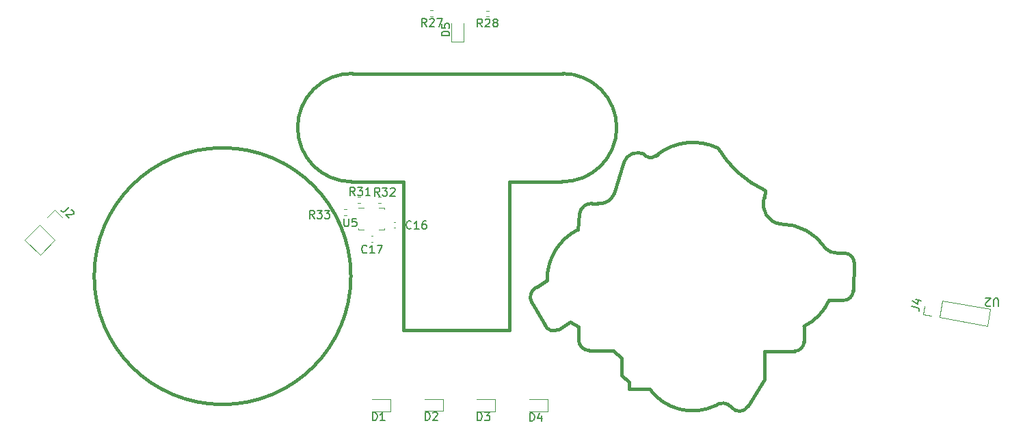
<source format=gbr>
%TF.GenerationSoftware,KiCad,Pcbnew,7.0.5*%
%TF.CreationDate,2023-08-29T10:42:25-04:00*%
%TF.ProjectId,Pro-Controller-X,50726f2d-436f-46e7-9472-6f6c6c65722d,rev?*%
%TF.SameCoordinates,Original*%
%TF.FileFunction,Legend,Top*%
%TF.FilePolarity,Positive*%
%FSLAX46Y46*%
G04 Gerber Fmt 4.6, Leading zero omitted, Abs format (unit mm)*
G04 Created by KiCad (PCBNEW 7.0.5) date 2023-08-29 10:42:25*
%MOMM*%
%LPD*%
G01*
G04 APERTURE LIST*
%ADD10C,0.150000*%
%ADD11C,0.120000*%
%ADD12C,0.400000*%
G04 APERTURE END LIST*
D10*
%TO.C,D3*%
X160651905Y-102474819D02*
X160651905Y-101474819D01*
X160651905Y-101474819D02*
X160890000Y-101474819D01*
X160890000Y-101474819D02*
X161032857Y-101522438D01*
X161032857Y-101522438D02*
X161128095Y-101617676D01*
X161128095Y-101617676D02*
X161175714Y-101712914D01*
X161175714Y-101712914D02*
X161223333Y-101903390D01*
X161223333Y-101903390D02*
X161223333Y-102046247D01*
X161223333Y-102046247D02*
X161175714Y-102236723D01*
X161175714Y-102236723D02*
X161128095Y-102331961D01*
X161128095Y-102331961D02*
X161032857Y-102427200D01*
X161032857Y-102427200D02*
X160890000Y-102474819D01*
X160890000Y-102474819D02*
X160651905Y-102474819D01*
X161556667Y-101474819D02*
X162175714Y-101474819D01*
X162175714Y-101474819D02*
X161842381Y-101855771D01*
X161842381Y-101855771D02*
X161985238Y-101855771D01*
X161985238Y-101855771D02*
X162080476Y-101903390D01*
X162080476Y-101903390D02*
X162128095Y-101951009D01*
X162128095Y-101951009D02*
X162175714Y-102046247D01*
X162175714Y-102046247D02*
X162175714Y-102284342D01*
X162175714Y-102284342D02*
X162128095Y-102379580D01*
X162128095Y-102379580D02*
X162080476Y-102427200D01*
X162080476Y-102427200D02*
X161985238Y-102474819D01*
X161985238Y-102474819D02*
X161699524Y-102474819D01*
X161699524Y-102474819D02*
X161604286Y-102427200D01*
X161604286Y-102427200D02*
X161556667Y-102379580D01*
%TO.C,D1*%
X147671905Y-102484819D02*
X147671905Y-101484819D01*
X147671905Y-101484819D02*
X147910000Y-101484819D01*
X147910000Y-101484819D02*
X148052857Y-101532438D01*
X148052857Y-101532438D02*
X148148095Y-101627676D01*
X148148095Y-101627676D02*
X148195714Y-101722914D01*
X148195714Y-101722914D02*
X148243333Y-101913390D01*
X148243333Y-101913390D02*
X148243333Y-102056247D01*
X148243333Y-102056247D02*
X148195714Y-102246723D01*
X148195714Y-102246723D02*
X148148095Y-102341961D01*
X148148095Y-102341961D02*
X148052857Y-102437200D01*
X148052857Y-102437200D02*
X147910000Y-102484819D01*
X147910000Y-102484819D02*
X147671905Y-102484819D01*
X149195714Y-102484819D02*
X148624286Y-102484819D01*
X148910000Y-102484819D02*
X148910000Y-101484819D01*
X148910000Y-101484819D02*
X148814762Y-101627676D01*
X148814762Y-101627676D02*
X148719524Y-101722914D01*
X148719524Y-101722914D02*
X148624286Y-101770533D01*
%TO.C,R31*%
X145477142Y-74604819D02*
X145143809Y-74128628D01*
X144905714Y-74604819D02*
X144905714Y-73604819D01*
X144905714Y-73604819D02*
X145286666Y-73604819D01*
X145286666Y-73604819D02*
X145381904Y-73652438D01*
X145381904Y-73652438D02*
X145429523Y-73700057D01*
X145429523Y-73700057D02*
X145477142Y-73795295D01*
X145477142Y-73795295D02*
X145477142Y-73938152D01*
X145477142Y-73938152D02*
X145429523Y-74033390D01*
X145429523Y-74033390D02*
X145381904Y-74081009D01*
X145381904Y-74081009D02*
X145286666Y-74128628D01*
X145286666Y-74128628D02*
X144905714Y-74128628D01*
X145810476Y-73604819D02*
X146429523Y-73604819D01*
X146429523Y-73604819D02*
X146096190Y-73985771D01*
X146096190Y-73985771D02*
X146239047Y-73985771D01*
X146239047Y-73985771D02*
X146334285Y-74033390D01*
X146334285Y-74033390D02*
X146381904Y-74081009D01*
X146381904Y-74081009D02*
X146429523Y-74176247D01*
X146429523Y-74176247D02*
X146429523Y-74414342D01*
X146429523Y-74414342D02*
X146381904Y-74509580D01*
X146381904Y-74509580D02*
X146334285Y-74557200D01*
X146334285Y-74557200D02*
X146239047Y-74604819D01*
X146239047Y-74604819D02*
X145953333Y-74604819D01*
X145953333Y-74604819D02*
X145858095Y-74557200D01*
X145858095Y-74557200D02*
X145810476Y-74509580D01*
X147381904Y-74604819D02*
X146810476Y-74604819D01*
X147096190Y-74604819D02*
X147096190Y-73604819D01*
X147096190Y-73604819D02*
X147000952Y-73747676D01*
X147000952Y-73747676D02*
X146905714Y-73842914D01*
X146905714Y-73842914D02*
X146810476Y-73890533D01*
%TO.C,R27*%
X154344642Y-53684819D02*
X154011309Y-53208628D01*
X153773214Y-53684819D02*
X153773214Y-52684819D01*
X153773214Y-52684819D02*
X154154166Y-52684819D01*
X154154166Y-52684819D02*
X154249404Y-52732438D01*
X154249404Y-52732438D02*
X154297023Y-52780057D01*
X154297023Y-52780057D02*
X154344642Y-52875295D01*
X154344642Y-52875295D02*
X154344642Y-53018152D01*
X154344642Y-53018152D02*
X154297023Y-53113390D01*
X154297023Y-53113390D02*
X154249404Y-53161009D01*
X154249404Y-53161009D02*
X154154166Y-53208628D01*
X154154166Y-53208628D02*
X153773214Y-53208628D01*
X154725595Y-52780057D02*
X154773214Y-52732438D01*
X154773214Y-52732438D02*
X154868452Y-52684819D01*
X154868452Y-52684819D02*
X155106547Y-52684819D01*
X155106547Y-52684819D02*
X155201785Y-52732438D01*
X155201785Y-52732438D02*
X155249404Y-52780057D01*
X155249404Y-52780057D02*
X155297023Y-52875295D01*
X155297023Y-52875295D02*
X155297023Y-52970533D01*
X155297023Y-52970533D02*
X155249404Y-53113390D01*
X155249404Y-53113390D02*
X154677976Y-53684819D01*
X154677976Y-53684819D02*
X155297023Y-53684819D01*
X155630357Y-52684819D02*
X156297023Y-52684819D01*
X156297023Y-52684819D02*
X155868452Y-53684819D01*
%TO.C,C17*%
X146957142Y-81659580D02*
X146909523Y-81707200D01*
X146909523Y-81707200D02*
X146766666Y-81754819D01*
X146766666Y-81754819D02*
X146671428Y-81754819D01*
X146671428Y-81754819D02*
X146528571Y-81707200D01*
X146528571Y-81707200D02*
X146433333Y-81611961D01*
X146433333Y-81611961D02*
X146385714Y-81516723D01*
X146385714Y-81516723D02*
X146338095Y-81326247D01*
X146338095Y-81326247D02*
X146338095Y-81183390D01*
X146338095Y-81183390D02*
X146385714Y-80992914D01*
X146385714Y-80992914D02*
X146433333Y-80897676D01*
X146433333Y-80897676D02*
X146528571Y-80802438D01*
X146528571Y-80802438D02*
X146671428Y-80754819D01*
X146671428Y-80754819D02*
X146766666Y-80754819D01*
X146766666Y-80754819D02*
X146909523Y-80802438D01*
X146909523Y-80802438D02*
X146957142Y-80850057D01*
X147909523Y-81754819D02*
X147338095Y-81754819D01*
X147623809Y-81754819D02*
X147623809Y-80754819D01*
X147623809Y-80754819D02*
X147528571Y-80897676D01*
X147528571Y-80897676D02*
X147433333Y-80992914D01*
X147433333Y-80992914D02*
X147338095Y-81040533D01*
X148242857Y-80754819D02*
X148909523Y-80754819D01*
X148909523Y-80754819D02*
X148480952Y-81754819D01*
%TO.C,R28*%
X161257142Y-53734819D02*
X160923809Y-53258628D01*
X160685714Y-53734819D02*
X160685714Y-52734819D01*
X160685714Y-52734819D02*
X161066666Y-52734819D01*
X161066666Y-52734819D02*
X161161904Y-52782438D01*
X161161904Y-52782438D02*
X161209523Y-52830057D01*
X161209523Y-52830057D02*
X161257142Y-52925295D01*
X161257142Y-52925295D02*
X161257142Y-53068152D01*
X161257142Y-53068152D02*
X161209523Y-53163390D01*
X161209523Y-53163390D02*
X161161904Y-53211009D01*
X161161904Y-53211009D02*
X161066666Y-53258628D01*
X161066666Y-53258628D02*
X160685714Y-53258628D01*
X161638095Y-52830057D02*
X161685714Y-52782438D01*
X161685714Y-52782438D02*
X161780952Y-52734819D01*
X161780952Y-52734819D02*
X162019047Y-52734819D01*
X162019047Y-52734819D02*
X162114285Y-52782438D01*
X162114285Y-52782438D02*
X162161904Y-52830057D01*
X162161904Y-52830057D02*
X162209523Y-52925295D01*
X162209523Y-52925295D02*
X162209523Y-53020533D01*
X162209523Y-53020533D02*
X162161904Y-53163390D01*
X162161904Y-53163390D02*
X161590476Y-53734819D01*
X161590476Y-53734819D02*
X162209523Y-53734819D01*
X162780952Y-53163390D02*
X162685714Y-53115771D01*
X162685714Y-53115771D02*
X162638095Y-53068152D01*
X162638095Y-53068152D02*
X162590476Y-52972914D01*
X162590476Y-52972914D02*
X162590476Y-52925295D01*
X162590476Y-52925295D02*
X162638095Y-52830057D01*
X162638095Y-52830057D02*
X162685714Y-52782438D01*
X162685714Y-52782438D02*
X162780952Y-52734819D01*
X162780952Y-52734819D02*
X162971428Y-52734819D01*
X162971428Y-52734819D02*
X163066666Y-52782438D01*
X163066666Y-52782438D02*
X163114285Y-52830057D01*
X163114285Y-52830057D02*
X163161904Y-52925295D01*
X163161904Y-52925295D02*
X163161904Y-52972914D01*
X163161904Y-52972914D02*
X163114285Y-53068152D01*
X163114285Y-53068152D02*
X163066666Y-53115771D01*
X163066666Y-53115771D02*
X162971428Y-53163390D01*
X162971428Y-53163390D02*
X162780952Y-53163390D01*
X162780952Y-53163390D02*
X162685714Y-53211009D01*
X162685714Y-53211009D02*
X162638095Y-53258628D01*
X162638095Y-53258628D02*
X162590476Y-53353866D01*
X162590476Y-53353866D02*
X162590476Y-53544342D01*
X162590476Y-53544342D02*
X162638095Y-53639580D01*
X162638095Y-53639580D02*
X162685714Y-53687200D01*
X162685714Y-53687200D02*
X162780952Y-53734819D01*
X162780952Y-53734819D02*
X162971428Y-53734819D01*
X162971428Y-53734819D02*
X163066666Y-53687200D01*
X163066666Y-53687200D02*
X163114285Y-53639580D01*
X163114285Y-53639580D02*
X163161904Y-53544342D01*
X163161904Y-53544342D02*
X163161904Y-53353866D01*
X163161904Y-53353866D02*
X163114285Y-53258628D01*
X163114285Y-53258628D02*
X163066666Y-53211009D01*
X163066666Y-53211009D02*
X162971428Y-53163390D01*
%TO.C,D4*%
X167154405Y-102554819D02*
X167154405Y-101554819D01*
X167154405Y-101554819D02*
X167392500Y-101554819D01*
X167392500Y-101554819D02*
X167535357Y-101602438D01*
X167535357Y-101602438D02*
X167630595Y-101697676D01*
X167630595Y-101697676D02*
X167678214Y-101792914D01*
X167678214Y-101792914D02*
X167725833Y-101983390D01*
X167725833Y-101983390D02*
X167725833Y-102126247D01*
X167725833Y-102126247D02*
X167678214Y-102316723D01*
X167678214Y-102316723D02*
X167630595Y-102411961D01*
X167630595Y-102411961D02*
X167535357Y-102507200D01*
X167535357Y-102507200D02*
X167392500Y-102554819D01*
X167392500Y-102554819D02*
X167154405Y-102554819D01*
X168582976Y-101888152D02*
X168582976Y-102554819D01*
X168344881Y-101507200D02*
X168106786Y-102221485D01*
X168106786Y-102221485D02*
X168725833Y-102221485D01*
%TO.C,D2*%
X154204405Y-102444819D02*
X154204405Y-101444819D01*
X154204405Y-101444819D02*
X154442500Y-101444819D01*
X154442500Y-101444819D02*
X154585357Y-101492438D01*
X154585357Y-101492438D02*
X154680595Y-101587676D01*
X154680595Y-101587676D02*
X154728214Y-101682914D01*
X154728214Y-101682914D02*
X154775833Y-101873390D01*
X154775833Y-101873390D02*
X154775833Y-102016247D01*
X154775833Y-102016247D02*
X154728214Y-102206723D01*
X154728214Y-102206723D02*
X154680595Y-102301961D01*
X154680595Y-102301961D02*
X154585357Y-102397200D01*
X154585357Y-102397200D02*
X154442500Y-102444819D01*
X154442500Y-102444819D02*
X154204405Y-102444819D01*
X155156786Y-101540057D02*
X155204405Y-101492438D01*
X155204405Y-101492438D02*
X155299643Y-101444819D01*
X155299643Y-101444819D02*
X155537738Y-101444819D01*
X155537738Y-101444819D02*
X155632976Y-101492438D01*
X155632976Y-101492438D02*
X155680595Y-101540057D01*
X155680595Y-101540057D02*
X155728214Y-101635295D01*
X155728214Y-101635295D02*
X155728214Y-101730533D01*
X155728214Y-101730533D02*
X155680595Y-101873390D01*
X155680595Y-101873390D02*
X155109167Y-102444819D01*
X155109167Y-102444819D02*
X155728214Y-102444819D01*
%TO.C,C16*%
X152457142Y-78659580D02*
X152409523Y-78707200D01*
X152409523Y-78707200D02*
X152266666Y-78754819D01*
X152266666Y-78754819D02*
X152171428Y-78754819D01*
X152171428Y-78754819D02*
X152028571Y-78707200D01*
X152028571Y-78707200D02*
X151933333Y-78611961D01*
X151933333Y-78611961D02*
X151885714Y-78516723D01*
X151885714Y-78516723D02*
X151838095Y-78326247D01*
X151838095Y-78326247D02*
X151838095Y-78183390D01*
X151838095Y-78183390D02*
X151885714Y-77992914D01*
X151885714Y-77992914D02*
X151933333Y-77897676D01*
X151933333Y-77897676D02*
X152028571Y-77802438D01*
X152028571Y-77802438D02*
X152171428Y-77754819D01*
X152171428Y-77754819D02*
X152266666Y-77754819D01*
X152266666Y-77754819D02*
X152409523Y-77802438D01*
X152409523Y-77802438D02*
X152457142Y-77850057D01*
X153409523Y-78754819D02*
X152838095Y-78754819D01*
X153123809Y-78754819D02*
X153123809Y-77754819D01*
X153123809Y-77754819D02*
X153028571Y-77897676D01*
X153028571Y-77897676D02*
X152933333Y-77992914D01*
X152933333Y-77992914D02*
X152838095Y-78040533D01*
X154266666Y-77754819D02*
X154076190Y-77754819D01*
X154076190Y-77754819D02*
X153980952Y-77802438D01*
X153980952Y-77802438D02*
X153933333Y-77850057D01*
X153933333Y-77850057D02*
X153838095Y-77992914D01*
X153838095Y-77992914D02*
X153790476Y-78183390D01*
X153790476Y-78183390D02*
X153790476Y-78564342D01*
X153790476Y-78564342D02*
X153838095Y-78659580D01*
X153838095Y-78659580D02*
X153885714Y-78707200D01*
X153885714Y-78707200D02*
X153980952Y-78754819D01*
X153980952Y-78754819D02*
X154171428Y-78754819D01*
X154171428Y-78754819D02*
X154266666Y-78707200D01*
X154266666Y-78707200D02*
X154314285Y-78659580D01*
X154314285Y-78659580D02*
X154361904Y-78564342D01*
X154361904Y-78564342D02*
X154361904Y-78326247D01*
X154361904Y-78326247D02*
X154314285Y-78231009D01*
X154314285Y-78231009D02*
X154266666Y-78183390D01*
X154266666Y-78183390D02*
X154171428Y-78135771D01*
X154171428Y-78135771D02*
X153980952Y-78135771D01*
X153980952Y-78135771D02*
X153885714Y-78183390D01*
X153885714Y-78183390D02*
X153838095Y-78231009D01*
X153838095Y-78231009D02*
X153790476Y-78326247D01*
%TO.C,D5*%
X157204819Y-54838094D02*
X156204819Y-54838094D01*
X156204819Y-54838094D02*
X156204819Y-54599999D01*
X156204819Y-54599999D02*
X156252438Y-54457142D01*
X156252438Y-54457142D02*
X156347676Y-54361904D01*
X156347676Y-54361904D02*
X156442914Y-54314285D01*
X156442914Y-54314285D02*
X156633390Y-54266666D01*
X156633390Y-54266666D02*
X156776247Y-54266666D01*
X156776247Y-54266666D02*
X156966723Y-54314285D01*
X156966723Y-54314285D02*
X157061961Y-54361904D01*
X157061961Y-54361904D02*
X157157200Y-54457142D01*
X157157200Y-54457142D02*
X157204819Y-54599999D01*
X157204819Y-54599999D02*
X157204819Y-54838094D01*
X156204819Y-53361904D02*
X156204819Y-53838094D01*
X156204819Y-53838094D02*
X156681009Y-53885713D01*
X156681009Y-53885713D02*
X156633390Y-53838094D01*
X156633390Y-53838094D02*
X156585771Y-53742856D01*
X156585771Y-53742856D02*
X156585771Y-53504761D01*
X156585771Y-53504761D02*
X156633390Y-53409523D01*
X156633390Y-53409523D02*
X156681009Y-53361904D01*
X156681009Y-53361904D02*
X156776247Y-53314285D01*
X156776247Y-53314285D02*
X157014342Y-53314285D01*
X157014342Y-53314285D02*
X157109580Y-53361904D01*
X157109580Y-53361904D02*
X157157200Y-53409523D01*
X157157200Y-53409523D02*
X157204819Y-53504761D01*
X157204819Y-53504761D02*
X157204819Y-53742856D01*
X157204819Y-53742856D02*
X157157200Y-53838094D01*
X157157200Y-53838094D02*
X157109580Y-53885713D01*
%TO.C,U2*%
X225161904Y-88345180D02*
X225161904Y-87535657D01*
X225161904Y-87535657D02*
X225114285Y-87440419D01*
X225114285Y-87440419D02*
X225066666Y-87392800D01*
X225066666Y-87392800D02*
X224971428Y-87345180D01*
X224971428Y-87345180D02*
X224780952Y-87345180D01*
X224780952Y-87345180D02*
X224685714Y-87392800D01*
X224685714Y-87392800D02*
X224638095Y-87440419D01*
X224638095Y-87440419D02*
X224590476Y-87535657D01*
X224590476Y-87535657D02*
X224590476Y-88345180D01*
X224161904Y-88249942D02*
X224114285Y-88297561D01*
X224114285Y-88297561D02*
X224019047Y-88345180D01*
X224019047Y-88345180D02*
X223780952Y-88345180D01*
X223780952Y-88345180D02*
X223685714Y-88297561D01*
X223685714Y-88297561D02*
X223638095Y-88249942D01*
X223638095Y-88249942D02*
X223590476Y-88154704D01*
X223590476Y-88154704D02*
X223590476Y-88059466D01*
X223590476Y-88059466D02*
X223638095Y-87916609D01*
X223638095Y-87916609D02*
X224209523Y-87345180D01*
X224209523Y-87345180D02*
X223590476Y-87345180D01*
%TO.C,J2*%
X110098919Y-76029676D02*
X109593843Y-76534752D01*
X109593843Y-76534752D02*
X109459156Y-76602096D01*
X109459156Y-76602096D02*
X109324469Y-76602096D01*
X109324469Y-76602096D02*
X109189782Y-76534752D01*
X109189782Y-76534752D02*
X109122438Y-76467409D01*
X110334622Y-76400065D02*
X110401965Y-76400065D01*
X110401965Y-76400065D02*
X110502980Y-76433737D01*
X110502980Y-76433737D02*
X110671339Y-76602096D01*
X110671339Y-76602096D02*
X110705011Y-76703111D01*
X110705011Y-76703111D02*
X110705011Y-76770455D01*
X110705011Y-76770455D02*
X110671339Y-76871470D01*
X110671339Y-76871470D02*
X110603996Y-76938813D01*
X110603996Y-76938813D02*
X110469309Y-77006157D01*
X110469309Y-77006157D02*
X109661187Y-77006157D01*
X109661187Y-77006157D02*
X110098919Y-77443890D01*
%TO.C,R32*%
X148557142Y-74654819D02*
X148223809Y-74178628D01*
X147985714Y-74654819D02*
X147985714Y-73654819D01*
X147985714Y-73654819D02*
X148366666Y-73654819D01*
X148366666Y-73654819D02*
X148461904Y-73702438D01*
X148461904Y-73702438D02*
X148509523Y-73750057D01*
X148509523Y-73750057D02*
X148557142Y-73845295D01*
X148557142Y-73845295D02*
X148557142Y-73988152D01*
X148557142Y-73988152D02*
X148509523Y-74083390D01*
X148509523Y-74083390D02*
X148461904Y-74131009D01*
X148461904Y-74131009D02*
X148366666Y-74178628D01*
X148366666Y-74178628D02*
X147985714Y-74178628D01*
X148890476Y-73654819D02*
X149509523Y-73654819D01*
X149509523Y-73654819D02*
X149176190Y-74035771D01*
X149176190Y-74035771D02*
X149319047Y-74035771D01*
X149319047Y-74035771D02*
X149414285Y-74083390D01*
X149414285Y-74083390D02*
X149461904Y-74131009D01*
X149461904Y-74131009D02*
X149509523Y-74226247D01*
X149509523Y-74226247D02*
X149509523Y-74464342D01*
X149509523Y-74464342D02*
X149461904Y-74559580D01*
X149461904Y-74559580D02*
X149414285Y-74607200D01*
X149414285Y-74607200D02*
X149319047Y-74654819D01*
X149319047Y-74654819D02*
X149033333Y-74654819D01*
X149033333Y-74654819D02*
X148938095Y-74607200D01*
X148938095Y-74607200D02*
X148890476Y-74559580D01*
X149890476Y-73750057D02*
X149938095Y-73702438D01*
X149938095Y-73702438D02*
X150033333Y-73654819D01*
X150033333Y-73654819D02*
X150271428Y-73654819D01*
X150271428Y-73654819D02*
X150366666Y-73702438D01*
X150366666Y-73702438D02*
X150414285Y-73750057D01*
X150414285Y-73750057D02*
X150461904Y-73845295D01*
X150461904Y-73845295D02*
X150461904Y-73940533D01*
X150461904Y-73940533D02*
X150414285Y-74083390D01*
X150414285Y-74083390D02*
X149842857Y-74654819D01*
X149842857Y-74654819D02*
X150461904Y-74654819D01*
%TO.C,R33*%
X140457142Y-77454819D02*
X140123809Y-76978628D01*
X139885714Y-77454819D02*
X139885714Y-76454819D01*
X139885714Y-76454819D02*
X140266666Y-76454819D01*
X140266666Y-76454819D02*
X140361904Y-76502438D01*
X140361904Y-76502438D02*
X140409523Y-76550057D01*
X140409523Y-76550057D02*
X140457142Y-76645295D01*
X140457142Y-76645295D02*
X140457142Y-76788152D01*
X140457142Y-76788152D02*
X140409523Y-76883390D01*
X140409523Y-76883390D02*
X140361904Y-76931009D01*
X140361904Y-76931009D02*
X140266666Y-76978628D01*
X140266666Y-76978628D02*
X139885714Y-76978628D01*
X140790476Y-76454819D02*
X141409523Y-76454819D01*
X141409523Y-76454819D02*
X141076190Y-76835771D01*
X141076190Y-76835771D02*
X141219047Y-76835771D01*
X141219047Y-76835771D02*
X141314285Y-76883390D01*
X141314285Y-76883390D02*
X141361904Y-76931009D01*
X141361904Y-76931009D02*
X141409523Y-77026247D01*
X141409523Y-77026247D02*
X141409523Y-77264342D01*
X141409523Y-77264342D02*
X141361904Y-77359580D01*
X141361904Y-77359580D02*
X141314285Y-77407200D01*
X141314285Y-77407200D02*
X141219047Y-77454819D01*
X141219047Y-77454819D02*
X140933333Y-77454819D01*
X140933333Y-77454819D02*
X140838095Y-77407200D01*
X140838095Y-77407200D02*
X140790476Y-77359580D01*
X141742857Y-76454819D02*
X142361904Y-76454819D01*
X142361904Y-76454819D02*
X142028571Y-76835771D01*
X142028571Y-76835771D02*
X142171428Y-76835771D01*
X142171428Y-76835771D02*
X142266666Y-76883390D01*
X142266666Y-76883390D02*
X142314285Y-76931009D01*
X142314285Y-76931009D02*
X142361904Y-77026247D01*
X142361904Y-77026247D02*
X142361904Y-77264342D01*
X142361904Y-77264342D02*
X142314285Y-77359580D01*
X142314285Y-77359580D02*
X142266666Y-77407200D01*
X142266666Y-77407200D02*
X142171428Y-77454819D01*
X142171428Y-77454819D02*
X141885714Y-77454819D01*
X141885714Y-77454819D02*
X141790476Y-77407200D01*
X141790476Y-77407200D02*
X141742857Y-77359580D01*
%TO.C,U5*%
X144138095Y-77454819D02*
X144138095Y-78264342D01*
X144138095Y-78264342D02*
X144185714Y-78359580D01*
X144185714Y-78359580D02*
X144233333Y-78407200D01*
X144233333Y-78407200D02*
X144328571Y-78454819D01*
X144328571Y-78454819D02*
X144519047Y-78454819D01*
X144519047Y-78454819D02*
X144614285Y-78407200D01*
X144614285Y-78407200D02*
X144661904Y-78359580D01*
X144661904Y-78359580D02*
X144709523Y-78264342D01*
X144709523Y-78264342D02*
X144709523Y-77454819D01*
X145661904Y-77454819D02*
X145185714Y-77454819D01*
X145185714Y-77454819D02*
X145138095Y-77931009D01*
X145138095Y-77931009D02*
X145185714Y-77883390D01*
X145185714Y-77883390D02*
X145280952Y-77835771D01*
X145280952Y-77835771D02*
X145519047Y-77835771D01*
X145519047Y-77835771D02*
X145614285Y-77883390D01*
X145614285Y-77883390D02*
X145661904Y-77931009D01*
X145661904Y-77931009D02*
X145709523Y-78026247D01*
X145709523Y-78026247D02*
X145709523Y-78264342D01*
X145709523Y-78264342D02*
X145661904Y-78359580D01*
X145661904Y-78359580D02*
X145614285Y-78407200D01*
X145614285Y-78407200D02*
X145519047Y-78454819D01*
X145519047Y-78454819D02*
X145280952Y-78454819D01*
X145280952Y-78454819D02*
X145185714Y-78407200D01*
X145185714Y-78407200D02*
X145138095Y-78359580D01*
%TO.C,J4*%
X214422091Y-88354940D02*
X215125525Y-88478975D01*
X215125525Y-88478975D02*
X215257943Y-88550677D01*
X215257943Y-88550677D02*
X215335197Y-88661006D01*
X215335197Y-88661006D02*
X215357285Y-88809962D01*
X215357285Y-88809962D02*
X215340747Y-88903753D01*
X214907471Y-87521806D02*
X215564009Y-87637572D01*
X214490961Y-87690133D02*
X215153051Y-88048645D01*
X215153051Y-88048645D02*
X215260547Y-87439002D01*
D11*
%TO.C,D3*%
X162875000Y-99855000D02*
X160590000Y-99855000D01*
X162875000Y-101325000D02*
X162875000Y-99855000D01*
X160590000Y-101325000D02*
X162875000Y-101325000D01*
%TO.C,D1*%
X149895000Y-99865000D02*
X147610000Y-99865000D01*
X149895000Y-101335000D02*
X149895000Y-99865000D01*
X147610000Y-101335000D02*
X149895000Y-101335000D01*
%TO.C,R31*%
X146167621Y-75580000D02*
X145832379Y-75580000D01*
X146167621Y-74820000D02*
X145832379Y-74820000D01*
%TO.C,R27*%
X155155121Y-52440000D02*
X154819879Y-52440000D01*
X155155121Y-51680000D02*
X154819879Y-51680000D01*
%TO.C,C17*%
X147484165Y-79640000D02*
X147715835Y-79640000D01*
X147484165Y-80360000D02*
X147715835Y-80360000D01*
%TO.C,R28*%
X162067621Y-52470000D02*
X161732379Y-52470000D01*
X162067621Y-51710000D02*
X161732379Y-51710000D01*
%TO.C,D4*%
X169377500Y-99875000D02*
X167092500Y-99875000D01*
X169377500Y-101345000D02*
X169377500Y-99875000D01*
X167092500Y-101345000D02*
X169377500Y-101345000D01*
%TO.C,D2*%
X156427500Y-99825000D02*
X154142500Y-99825000D01*
X156427500Y-101295000D02*
X156427500Y-99825000D01*
X154142500Y-101295000D02*
X156427500Y-101295000D01*
%TO.C,C16*%
X150515835Y-78630000D02*
X150284165Y-78630000D01*
X150515835Y-77910000D02*
X150284165Y-77910000D01*
%TO.C,D5*%
X158915000Y-55585000D02*
X158915000Y-53300000D01*
X157445000Y-55585000D02*
X158915000Y-55585000D01*
X157445000Y-53300000D02*
X157445000Y-55585000D01*
D12*
%TO.C,U2*%
X207188812Y-86400000D02*
X207300000Y-82948528D01*
X206100000Y-81748528D02*
X205178472Y-81730126D01*
X205884653Y-87600000D02*
X204200000Y-87600000D01*
X201100000Y-90799999D02*
X201100000Y-92700000D01*
X199900000Y-93900000D02*
X196200000Y-93900000D01*
X196277633Y-73982837D02*
X196175568Y-74891502D01*
X196200000Y-97400000D02*
X196200000Y-93900000D01*
X194185489Y-100692085D02*
X196200000Y-97400000D01*
X182747311Y-69676773D02*
X183000001Y-69500001D01*
X179400000Y-98600000D02*
X182000000Y-98600000D01*
X179400000Y-97700000D02*
X179400000Y-98600000D01*
X178500000Y-96900000D02*
X179400000Y-97700000D01*
X178500000Y-94800000D02*
X178500000Y-96900000D01*
X177599999Y-74373087D02*
X178800001Y-70500000D01*
X177500000Y-93800000D02*
X178500000Y-94800000D01*
X175514930Y-75600468D02*
X174888863Y-75589337D01*
X174500000Y-93800000D02*
X177500000Y-93800000D01*
X173300001Y-76900000D02*
X173113902Y-78827805D01*
X173200000Y-90900000D02*
X173200000Y-92500000D01*
X172200000Y-90300000D02*
X173200000Y-90900000D01*
X171200000Y-59500000D02*
X145199989Y-59500746D01*
X170702201Y-91203669D02*
X172200000Y-90300000D01*
X169300001Y-85100000D02*
X167978711Y-85957422D01*
X167400000Y-87900000D02*
X169000000Y-90600000D01*
X164600000Y-91300000D02*
X151500000Y-91300000D01*
X164600000Y-72900000D02*
X171100011Y-72899254D01*
X164600000Y-72900000D02*
X164600000Y-91300000D01*
X151500000Y-91300000D02*
X151500000Y-72900000D01*
X151500000Y-72900000D02*
X145100000Y-72900000D01*
X205884653Y-87600003D02*
G75*
G03*
X207188812Y-86400000I99997J1200003D01*
G01*
X207299972Y-82948528D02*
G75*
G03*
X206100000Y-81748528I-1199972J28D01*
G01*
X203738175Y-81169957D02*
G75*
G03*
X205178472Y-81730125I1363525J1374157D01*
G01*
X201102348Y-90804774D02*
G75*
G03*
X204199998Y-87600000I-2902348J5904774D01*
G01*
X199900000Y-93900000D02*
G75*
G03*
X201100000Y-92700000I0J1200000D01*
G01*
X203799999Y-81200000D02*
G75*
G03*
X198200000Y-78142674I-5599999J-3600000D01*
G01*
X196175568Y-74891502D02*
G75*
G03*
X198200000Y-78142674I2324432J-808498D01*
G01*
X190452426Y-68737284D02*
G75*
G03*
X196277633Y-73982836I11406864J6810134D01*
G01*
X192091713Y-100815687D02*
G75*
G03*
X194185489Y-100692085I1008287J715687D01*
G01*
X192091704Y-100815694D02*
G75*
G03*
X190121256Y-100644789I-1074704J-946206D01*
G01*
X182000001Y-98599999D02*
G75*
G03*
X190121256Y-100644787I5299999J3899999D01*
G01*
X190452424Y-68737288D02*
G75*
G03*
X183000001Y-69500001I-3100004J-6499992D01*
G01*
X181262368Y-69466355D02*
G75*
G03*
X182747310Y-69676772I837632J566355D01*
G01*
X181262367Y-69466357D02*
G75*
G03*
X178800002Y-70500000I-762367J-1633643D01*
G01*
X175514930Y-75600468D02*
G75*
G03*
X177599999Y-74373087I285070J1900468D01*
G01*
X173200000Y-92500000D02*
G75*
G03*
X174500000Y-93800000I1300000J0D01*
G01*
X174888863Y-75589338D02*
G75*
G03*
X173300002Y-76900000I-88863J-1510662D01*
G01*
X171100011Y-72899254D02*
G75*
G03*
X171200000Y-59500000I99989J6699254D01*
G01*
X169000002Y-90600000D02*
G75*
G03*
X170702201Y-91203668I1099998J400000D01*
G01*
X173113902Y-78827806D02*
G75*
G03*
X169300002Y-85100000I3086098J-6172194D01*
G01*
X167978711Y-85957422D02*
G75*
G03*
X167400000Y-87900000I621289J-1242578D01*
G01*
X145199989Y-59500746D02*
G75*
G03*
X145100000Y-72900000I-99989J-6699254D01*
G01*
X144991193Y-84600000D02*
G75*
G03*
X144991193Y-84600000I-15891193J0D01*
G01*
D11*
%TO.C,J2*%
X107361110Y-77357987D02*
X108301562Y-76417535D01*
X104624607Y-80094490D02*
X106505511Y-81975394D01*
X106463084Y-78256013D02*
X104624607Y-80094490D01*
X106463084Y-78256013D02*
X108343988Y-80136917D01*
X108301562Y-76417535D02*
X109242014Y-77357987D01*
X108343988Y-80136917D02*
X106505511Y-81975394D01*
%TO.C,R32*%
X148332379Y-74820000D02*
X148667621Y-74820000D01*
X148332379Y-75580000D02*
X148667621Y-75580000D01*
%TO.C,R33*%
X144132379Y-76320000D02*
X144467621Y-76320000D01*
X144132379Y-77080000D02*
X144467621Y-77080000D01*
%TO.C,U5*%
X148435000Y-76140000D02*
X149110000Y-76140000D01*
X145890000Y-78860000D02*
X145890000Y-78685000D01*
X149110000Y-78860000D02*
X149110000Y-78685000D01*
X146565000Y-78860000D02*
X145890000Y-78860000D01*
X148435000Y-78860000D02*
X149110000Y-78860000D01*
X149110000Y-76140000D02*
X149110000Y-76315000D01*
X146565000Y-76140000D02*
X145890000Y-76140000D01*
%TO.C,J4*%
X218214452Y-87608808D02*
X224182387Y-88661116D01*
X217846318Y-89696600D02*
X218214452Y-87608808D01*
X215817614Y-89338885D02*
X216001681Y-88294989D01*
X223814253Y-90748908D02*
X224182387Y-88661116D01*
X216861510Y-89522952D02*
X215817614Y-89338885D01*
X217846318Y-89696600D02*
X223814253Y-90748908D01*
%TD*%
M02*

</source>
